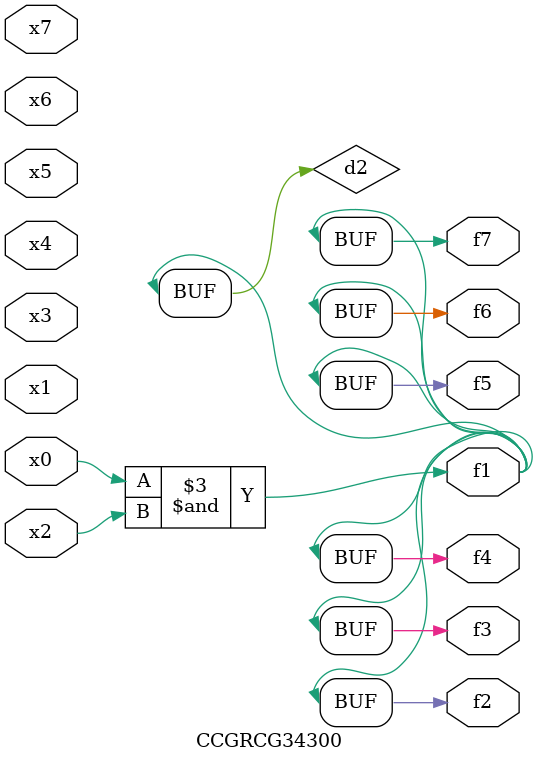
<source format=v>
module CCGRCG34300(
	input x0, x1, x2, x3, x4, x5, x6, x7,
	output f1, f2, f3, f4, f5, f6, f7
);

	wire d1, d2;

	nor (d1, x3, x6);
	and (d2, x0, x2);
	assign f1 = d2;
	assign f2 = d2;
	assign f3 = d2;
	assign f4 = d2;
	assign f5 = d2;
	assign f6 = d2;
	assign f7 = d2;
endmodule

</source>
